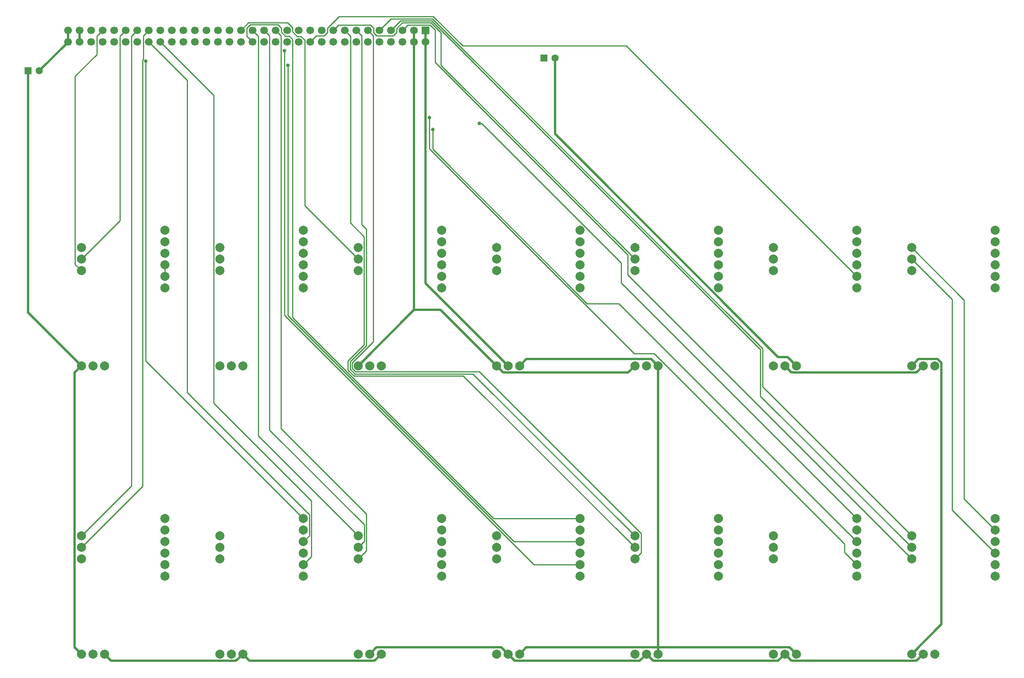
<source format=gbr>
G04 #@! TF.GenerationSoftware,KiCad,Pcbnew,(5.0.0)*
G04 #@! TF.CreationDate,2019-11-08T18:39:11+00:00*
G04 #@! TF.ProjectId,A-FO,412D464F2E6B696361645F7063620000,rev?*
G04 #@! TF.SameCoordinates,Original*
G04 #@! TF.FileFunction,Copper,L2,Bot,Signal*
G04 #@! TF.FilePolarity,Positive*
%FSLAX46Y46*%
G04 Gerber Fmt 4.6, Leading zero omitted, Abs format (unit mm)*
G04 Created by KiCad (PCBNEW (5.0.0)) date 11/08/19 18:39:11*
%MOMM*%
%LPD*%
G01*
G04 APERTURE LIST*
G04 #@! TA.AperFunction,ComponentPad*
%ADD10C,2.000000*%
G04 #@! TD*
G04 #@! TA.AperFunction,ComponentPad*
%ADD11C,1.600000*%
G04 #@! TD*
G04 #@! TA.AperFunction,ComponentPad*
%ADD12R,1.600000X1.600000*%
G04 #@! TD*
G04 #@! TA.AperFunction,ComponentPad*
%ADD13C,1.700000*%
G04 #@! TD*
G04 #@! TA.AperFunction,ComponentPad*
%ADD14R,1.700000X1.700000*%
G04 #@! TD*
G04 #@! TA.AperFunction,ViaPad*
%ADD15C,0.800000*%
G04 #@! TD*
G04 #@! TA.AperFunction,Conductor*
%ADD16C,0.500000*%
G04 #@! TD*
G04 #@! TA.AperFunction,Conductor*
%ADD17C,0.250000*%
G04 #@! TD*
G04 APERTURE END LIST*
D10*
G04 #@! TO.P,U4,13*
G04 #@! TO.N,Net-(U4-Pad13)*
X133985000Y-142240000D03*
G04 #@! TO.P,U4,12*
G04 #@! TO.N,Net-(U4-Pad12)*
X133985000Y-144780000D03*
G04 #@! TO.P,U4,11*
G04 #@! TO.N,Net-(U4-Pad11)*
X133985000Y-147320000D03*
G04 #@! TO.P,U4,6*
G04 #@! TO.N,IG12*
X152400000Y-138430000D03*
G04 #@! TO.P,U4,5*
G04 #@! TO.N,N/C*
X152400000Y-140970000D03*
G04 #@! TO.P,U4,4*
G04 #@! TO.N,IG11*
X152400000Y-143510000D03*
G04 #@! TO.P,U4,3*
G04 #@! TO.N,N/C*
X152400000Y-146050000D03*
G04 #@! TO.P,U4,2*
G04 #@! TO.N,IG10*
X152400000Y-148590000D03*
G04 #@! TO.P,U4,1*
G04 #@! TO.N,N/C*
X152400000Y-151130000D03*
G04 #@! TO.P,U4,23*
G04 #@! TO.N,Neg6v*
X139065000Y-168275000D03*
G04 #@! TO.P,U4,22*
G04 #@! TO.N,GND*
X136525000Y-168275000D03*
G04 #@! TO.P,U4,21*
G04 #@! TO.N,6v*
X133985000Y-168275000D03*
G04 #@! TD*
G04 #@! TO.P,U8,13*
G04 #@! TO.N,Net-(U1-Pad5)*
X225425000Y-78740000D03*
G04 #@! TO.P,U8,12*
G04 #@! TO.N,Net-(U1-Pad3)*
X225425000Y-81280000D03*
G04 #@! TO.P,U8,11*
G04 #@! TO.N,Net-(U1-Pad1)*
X225425000Y-83820000D03*
G04 #@! TO.P,U8,6*
G04 #@! TO.N,IG3*
X243840000Y-74930000D03*
G04 #@! TO.P,U8,5*
G04 #@! TO.N,N/C*
X243840000Y-77470000D03*
G04 #@! TO.P,U8,4*
G04 #@! TO.N,IG2*
X243840000Y-80010000D03*
G04 #@! TO.P,U8,3*
G04 #@! TO.N,N/C*
X243840000Y-82550000D03*
G04 #@! TO.P,U8,2*
G04 #@! TO.N,IG1*
X243840000Y-85090000D03*
G04 #@! TO.P,U8,1*
G04 #@! TO.N,N/C*
X243840000Y-87630000D03*
G04 #@! TO.P,U8,23*
G04 #@! TO.N,Neg6v*
X230505000Y-104775000D03*
G04 #@! TO.P,U8,22*
G04 #@! TO.N,GND*
X227965000Y-104775000D03*
G04 #@! TO.P,U8,21*
G04 #@! TO.N,6v*
X225425000Y-104775000D03*
G04 #@! TD*
G04 #@! TO.P,U1,13*
G04 #@! TO.N,IP3*
X225425000Y-142240000D03*
G04 #@! TO.P,U1,12*
G04 #@! TO.N,IP2*
X225425000Y-144780000D03*
G04 #@! TO.P,U1,11*
G04 #@! TO.N,IP1*
X225425000Y-147320000D03*
G04 #@! TO.P,U1,6*
G04 #@! TO.N,N/C*
X243840000Y-138430000D03*
G04 #@! TO.P,U1,5*
G04 #@! TO.N,Net-(U1-Pad5)*
X243840000Y-140970000D03*
G04 #@! TO.P,U1,4*
G04 #@! TO.N,N/C*
X243840000Y-143510000D03*
G04 #@! TO.P,U1,3*
G04 #@! TO.N,Net-(U1-Pad3)*
X243840000Y-146050000D03*
G04 #@! TO.P,U1,2*
G04 #@! TO.N,N/C*
X243840000Y-148590000D03*
G04 #@! TO.P,U1,1*
G04 #@! TO.N,Net-(U1-Pad1)*
X243840000Y-151130000D03*
G04 #@! TO.P,U1,23*
G04 #@! TO.N,Neg6v*
X230505000Y-168275000D03*
G04 #@! TO.P,U1,22*
G04 #@! TO.N,GND*
X227965000Y-168275000D03*
G04 #@! TO.P,U1,21*
G04 #@! TO.N,6v*
X225425000Y-168275000D03*
G04 #@! TD*
G04 #@! TO.P,U12,13*
G04 #@! TO.N,IP14*
X103505000Y-78740000D03*
G04 #@! TO.P,U12,12*
G04 #@! TO.N,IP13*
X103505000Y-81280000D03*
G04 #@! TO.P,U12,11*
G04 #@! TO.N,IP15*
X103505000Y-83820000D03*
G04 #@! TO.P,U12,6*
G04 #@! TO.N,N/C*
X121920000Y-74930000D03*
G04 #@! TO.P,U12,5*
G04 #@! TO.N,Net-(U11-Pad13)*
X121920000Y-77470000D03*
G04 #@! TO.P,U12,4*
G04 #@! TO.N,N/C*
X121920000Y-80010000D03*
G04 #@! TO.P,U12,3*
G04 #@! TO.N,Net-(U11-Pad12)*
X121920000Y-82550000D03*
G04 #@! TO.P,U12,2*
G04 #@! TO.N,N/C*
X121920000Y-85090000D03*
G04 #@! TO.P,U12,1*
G04 #@! TO.N,Net-(U11-Pad11)*
X121920000Y-87630000D03*
G04 #@! TO.P,U12,23*
G04 #@! TO.N,Neg6v*
X108585000Y-104775000D03*
G04 #@! TO.P,U12,22*
G04 #@! TO.N,GND*
X106045000Y-104775000D03*
G04 #@! TO.P,U12,21*
G04 #@! TO.N,6v*
X103505000Y-104775000D03*
G04 #@! TD*
G04 #@! TO.P,U11,13*
G04 #@! TO.N,Net-(U11-Pad13)*
X133985000Y-78740000D03*
G04 #@! TO.P,U11,12*
G04 #@! TO.N,Net-(U11-Pad12)*
X133985000Y-81280000D03*
G04 #@! TO.P,U11,11*
G04 #@! TO.N,Net-(U11-Pad11)*
X133985000Y-83820000D03*
G04 #@! TO.P,U11,6*
G04 #@! TO.N,IG14*
X152400000Y-74930000D03*
G04 #@! TO.P,U11,5*
G04 #@! TO.N,N/C*
X152400000Y-77470000D03*
G04 #@! TO.P,U11,4*
G04 #@! TO.N,IG13*
X152400000Y-80010000D03*
G04 #@! TO.P,U11,3*
G04 #@! TO.N,N/C*
X152400000Y-82550000D03*
G04 #@! TO.P,U11,2*
G04 #@! TO.N,IG15*
X152400000Y-85090000D03*
G04 #@! TO.P,U11,1*
G04 #@! TO.N,N/C*
X152400000Y-87630000D03*
G04 #@! TO.P,U11,23*
G04 #@! TO.N,Neg6v*
X139065000Y-104775000D03*
G04 #@! TO.P,U11,22*
G04 #@! TO.N,GND*
X136525000Y-104775000D03*
G04 #@! TO.P,U11,21*
G04 #@! TO.N,6v*
X133985000Y-104775000D03*
G04 #@! TD*
G04 #@! TO.P,U14,13*
G04 #@! TO.N,N/C*
X42545000Y-78740000D03*
G04 #@! TO.P,U14,12*
G04 #@! TO.N,RBT*
X42545000Y-81280000D03*
G04 #@! TO.P,U14,11*
G04 #@! TO.N,SBT*
X42545000Y-83820000D03*
G04 #@! TO.P,U14,6*
G04 #@! TO.N,N/C*
X60960000Y-74930000D03*
G04 #@! TO.P,U14,5*
X60960000Y-77470000D03*
G04 #@! TO.P,U14,4*
G04 #@! TO.N,Net-(U13-Pad12)*
X60960000Y-80010000D03*
G04 #@! TO.P,U14,3*
G04 #@! TO.N,t4-2*
X60960000Y-82550000D03*
G04 #@! TO.P,U14,2*
X60960000Y-85090000D03*
G04 #@! TO.P,U14,1*
G04 #@! TO.N,Net-(U13-Pad11)*
X60960000Y-87630000D03*
G04 #@! TO.P,U14,23*
G04 #@! TO.N,Neg6v*
X47625000Y-104775000D03*
G04 #@! TO.P,U14,22*
G04 #@! TO.N,GND*
X45085000Y-104775000D03*
G04 #@! TO.P,U14,21*
G04 #@! TO.N,6v*
X42545000Y-104775000D03*
G04 #@! TD*
G04 #@! TO.P,U13,13*
G04 #@! TO.N,N/C*
X73025000Y-78740000D03*
G04 #@! TO.P,U13,12*
G04 #@! TO.N,Net-(U13-Pad12)*
X73025000Y-81280000D03*
G04 #@! TO.P,U13,11*
G04 #@! TO.N,Net-(U13-Pad11)*
X73025000Y-83820000D03*
G04 #@! TO.P,U13,6*
G04 #@! TO.N,N/C*
X91440000Y-74930000D03*
G04 #@! TO.P,U13,5*
X91440000Y-77470000D03*
G04 #@! TO.P,U13,4*
G04 #@! TO.N,RBTm*
X91440000Y-80010000D03*
G04 #@! TO.P,U13,3*
G04 #@! TO.N,N/C*
X91440000Y-82550000D03*
G04 #@! TO.P,U13,2*
G04 #@! TO.N,SBTm*
X91440000Y-85090000D03*
G04 #@! TO.P,U13,1*
G04 #@! TO.N,N/C*
X91440000Y-87630000D03*
G04 #@! TO.P,U13,23*
G04 #@! TO.N,Neg6v*
X78105000Y-104775000D03*
G04 #@! TO.P,U13,22*
G04 #@! TO.N,GND*
X75565000Y-104775000D03*
G04 #@! TO.P,U13,21*
G04 #@! TO.N,6v*
X73025000Y-104775000D03*
G04 #@! TD*
G04 #@! TO.P,U2,13*
G04 #@! TO.N,Net-(U2-Pad13)*
X194945000Y-142240000D03*
G04 #@! TO.P,U2,12*
G04 #@! TO.N,Net-(U2-Pad12)*
X194945000Y-144780000D03*
G04 #@! TO.P,U2,11*
G04 #@! TO.N,Net-(U2-Pad11)*
X194945000Y-147320000D03*
G04 #@! TO.P,U2,6*
G04 #@! TO.N,IG5*
X213360000Y-138430000D03*
G04 #@! TO.P,U2,5*
G04 #@! TO.N,N/C*
X213360000Y-140970000D03*
G04 #@! TO.P,U2,4*
G04 #@! TO.N,IG6*
X213360000Y-143510000D03*
G04 #@! TO.P,U2,3*
G04 #@! TO.N,N/C*
X213360000Y-146050000D03*
G04 #@! TO.P,U2,2*
G04 #@! TO.N,IG4*
X213360000Y-148590000D03*
G04 #@! TO.P,U2,1*
G04 #@! TO.N,N/C*
X213360000Y-151130000D03*
G04 #@! TO.P,U2,23*
G04 #@! TO.N,Neg6v*
X200025000Y-168275000D03*
G04 #@! TO.P,U2,22*
G04 #@! TO.N,GND*
X197485000Y-168275000D03*
G04 #@! TO.P,U2,21*
G04 #@! TO.N,6v*
X194945000Y-168275000D03*
G04 #@! TD*
G04 #@! TO.P,U3,13*
G04 #@! TO.N,IP5*
X164465000Y-142240000D03*
G04 #@! TO.P,U3,12*
G04 #@! TO.N,IP6*
X164465000Y-144780000D03*
G04 #@! TO.P,U3,11*
G04 #@! TO.N,IP4*
X164465000Y-147320000D03*
G04 #@! TO.P,U3,6*
G04 #@! TO.N,N/C*
X182880000Y-138430000D03*
G04 #@! TO.P,U3,5*
G04 #@! TO.N,Net-(U2-Pad13)*
X182880000Y-140970000D03*
G04 #@! TO.P,U3,4*
G04 #@! TO.N,N/C*
X182880000Y-143510000D03*
G04 #@! TO.P,U3,3*
G04 #@! TO.N,Net-(U2-Pad12)*
X182880000Y-146050000D03*
G04 #@! TO.P,U3,2*
G04 #@! TO.N,N/C*
X182880000Y-148590000D03*
G04 #@! TO.P,U3,1*
G04 #@! TO.N,Net-(U2-Pad11)*
X182880000Y-151130000D03*
G04 #@! TO.P,U3,23*
G04 #@! TO.N,Neg6v*
X169545000Y-168275000D03*
G04 #@! TO.P,U3,22*
G04 #@! TO.N,GND*
X167005000Y-168275000D03*
G04 #@! TO.P,U3,21*
G04 #@! TO.N,6v*
X164465000Y-168275000D03*
G04 #@! TD*
G04 #@! TO.P,U9,13*
G04 #@! TO.N,Net-(U10-Pad5)*
X194945000Y-78740000D03*
G04 #@! TO.P,U9,12*
G04 #@! TO.N,Net-(U10-Pad3)*
X194945000Y-81280000D03*
G04 #@! TO.P,U9,11*
G04 #@! TO.N,Net-(U10-Pad1)*
X194945000Y-83820000D03*
G04 #@! TO.P,U9,6*
G04 #@! TO.N,IG8*
X213360000Y-74930000D03*
G04 #@! TO.P,U9,5*
G04 #@! TO.N,N/C*
X213360000Y-77470000D03*
G04 #@! TO.P,U9,4*
G04 #@! TO.N,IG7*
X213360000Y-80010000D03*
G04 #@! TO.P,U9,3*
G04 #@! TO.N,N/C*
X213360000Y-82550000D03*
G04 #@! TO.P,U9,2*
G04 #@! TO.N,IG9*
X213360000Y-85090000D03*
G04 #@! TO.P,U9,1*
G04 #@! TO.N,N/C*
X213360000Y-87630000D03*
G04 #@! TO.P,U9,23*
G04 #@! TO.N,Neg6v*
X200025000Y-104775000D03*
G04 #@! TO.P,U9,22*
G04 #@! TO.N,GND*
X197485000Y-104775000D03*
G04 #@! TO.P,U9,21*
G04 #@! TO.N,6v*
X194945000Y-104775000D03*
G04 #@! TD*
G04 #@! TO.P,U10,13*
G04 #@! TO.N,IP8*
X164465000Y-78740000D03*
G04 #@! TO.P,U10,12*
G04 #@! TO.N,IP7*
X164465000Y-81280000D03*
G04 #@! TO.P,U10,11*
G04 #@! TO.N,IP9*
X164465000Y-83820000D03*
G04 #@! TO.P,U10,6*
G04 #@! TO.N,N/C*
X182880000Y-74930000D03*
G04 #@! TO.P,U10,5*
G04 #@! TO.N,Net-(U10-Pad5)*
X182880000Y-77470000D03*
G04 #@! TO.P,U10,4*
G04 #@! TO.N,N/C*
X182880000Y-80010000D03*
G04 #@! TO.P,U10,3*
G04 #@! TO.N,Net-(U10-Pad3)*
X182880000Y-82550000D03*
G04 #@! TO.P,U10,2*
G04 #@! TO.N,N/C*
X182880000Y-85090000D03*
G04 #@! TO.P,U10,1*
G04 #@! TO.N,Net-(U10-Pad1)*
X182880000Y-87630000D03*
G04 #@! TO.P,U10,23*
G04 #@! TO.N,Neg6v*
X169545000Y-104775000D03*
G04 #@! TO.P,U10,22*
G04 #@! TO.N,GND*
X167005000Y-104775000D03*
G04 #@! TO.P,U10,21*
G04 #@! TO.N,6v*
X164465000Y-104775000D03*
G04 #@! TD*
G04 #@! TO.P,U5,13*
G04 #@! TO.N,IP12*
X103505000Y-142240000D03*
G04 #@! TO.P,U5,12*
G04 #@! TO.N,IP11*
X103505000Y-144780000D03*
G04 #@! TO.P,U5,11*
G04 #@! TO.N,IP10*
X103505000Y-147320000D03*
G04 #@! TO.P,U5,6*
G04 #@! TO.N,N/C*
X121920000Y-138430000D03*
G04 #@! TO.P,U5,5*
G04 #@! TO.N,Net-(U4-Pad13)*
X121920000Y-140970000D03*
G04 #@! TO.P,U5,4*
G04 #@! TO.N,N/C*
X121920000Y-143510000D03*
G04 #@! TO.P,U5,3*
G04 #@! TO.N,Net-(U4-Pad12)*
X121920000Y-146050000D03*
G04 #@! TO.P,U5,2*
G04 #@! TO.N,N/C*
X121920000Y-148590000D03*
G04 #@! TO.P,U5,1*
G04 #@! TO.N,Net-(U4-Pad11)*
X121920000Y-151130000D03*
G04 #@! TO.P,U5,23*
G04 #@! TO.N,Neg6v*
X108585000Y-168275000D03*
G04 #@! TO.P,U5,22*
G04 #@! TO.N,GND*
X106045000Y-168275000D03*
G04 #@! TO.P,U5,21*
G04 #@! TO.N,6v*
X103505000Y-168275000D03*
G04 #@! TD*
G04 #@! TO.P,U6,13*
G04 #@! TO.N,Net-(U6-Pad13)*
X73025000Y-142240000D03*
G04 #@! TO.P,U6,12*
G04 #@! TO.N,Net-(U6-Pad12)*
X73025000Y-144780000D03*
G04 #@! TO.P,U6,11*
G04 #@! TO.N,Net-(U6-Pad11)*
X73025000Y-147320000D03*
G04 #@! TO.P,U6,6*
G04 #@! TO.N,IG18*
X91440000Y-138430000D03*
G04 #@! TO.P,U6,5*
G04 #@! TO.N,N/C*
X91440000Y-140970000D03*
G04 #@! TO.P,U6,4*
G04 #@! TO.N,IG17*
X91440000Y-143510000D03*
G04 #@! TO.P,U6,3*
G04 #@! TO.N,N/C*
X91440000Y-146050000D03*
G04 #@! TO.P,U6,2*
G04 #@! TO.N,IG16*
X91440000Y-148590000D03*
G04 #@! TO.P,U6,1*
G04 #@! TO.N,N/C*
X91440000Y-151130000D03*
G04 #@! TO.P,U6,23*
G04 #@! TO.N,Neg6v*
X78105000Y-168275000D03*
G04 #@! TO.P,U6,22*
G04 #@! TO.N,GND*
X75565000Y-168275000D03*
G04 #@! TO.P,U6,21*
G04 #@! TO.N,6v*
X73025000Y-168275000D03*
G04 #@! TD*
G04 #@! TO.P,U7,13*
G04 #@! TO.N,IP18*
X42545000Y-142240000D03*
G04 #@! TO.P,U7,12*
G04 #@! TO.N,IP17*
X42545000Y-144780000D03*
G04 #@! TO.P,U7,11*
G04 #@! TO.N,IP16*
X42545000Y-147320000D03*
G04 #@! TO.P,U7,6*
G04 #@! TO.N,N/C*
X60960000Y-138430000D03*
G04 #@! TO.P,U7,5*
G04 #@! TO.N,Net-(U6-Pad13)*
X60960000Y-140970000D03*
G04 #@! TO.P,U7,4*
G04 #@! TO.N,N/C*
X60960000Y-143510000D03*
G04 #@! TO.P,U7,3*
G04 #@! TO.N,Net-(U6-Pad12)*
X60960000Y-146050000D03*
G04 #@! TO.P,U7,2*
G04 #@! TO.N,N/C*
X60960000Y-148590000D03*
G04 #@! TO.P,U7,1*
G04 #@! TO.N,Net-(U6-Pad11)*
X60960000Y-151130000D03*
G04 #@! TO.P,U7,23*
G04 #@! TO.N,Neg6v*
X47625000Y-168275000D03*
G04 #@! TO.P,U7,22*
G04 #@! TO.N,GND*
X45085000Y-168275000D03*
G04 #@! TO.P,U7,21*
G04 #@! TO.N,6v*
X42545000Y-168275000D03*
G04 #@! TD*
D11*
G04 #@! TO.P,C1,2*
G04 #@! TO.N,Neg6v*
X146900000Y-37000000D03*
D12*
G04 #@! TO.P,C1,1*
G04 #@! TO.N,GND*
X144400000Y-37000000D03*
G04 #@! TD*
D11*
G04 #@! TO.P,C2,2*
G04 #@! TO.N,GND*
X33300000Y-39800000D03*
D12*
G04 #@! TO.P,C2,1*
G04 #@! TO.N,6v*
X30800000Y-39800000D03*
G04 #@! TD*
D13*
G04 #@! TO.P,J1,AL*
G04 #@! TO.N,GND*
X39605000Y-33401000D03*
G04 #@! TO.P,J1,32*
X39605000Y-30861000D03*
G04 #@! TO.P,J1,AK*
G04 #@! TO.N,Neg6v*
X42145000Y-33401000D03*
G04 #@! TO.P,J1,31*
X42145000Y-30861000D03*
G04 #@! TO.P,J1,AJ*
G04 #@! TO.N,t4-2*
X44685000Y-33401000D03*
G04 #@! TO.P,J1,30*
G04 #@! TO.N,N/C*
X44685000Y-30861000D03*
G04 #@! TO.P,J1,AH*
G04 #@! TO.N,SBTm*
X47225000Y-33401000D03*
G04 #@! TO.P,J1,29*
G04 #@! TO.N,SBT*
X47225000Y-30861000D03*
G04 #@! TO.P,J1,AF*
G04 #@! TO.N,N/C*
X49765000Y-33401000D03*
G04 #@! TO.P,J1,28*
X49765000Y-30861000D03*
G04 #@! TO.P,J1,AE*
G04 #@! TO.N,RBTm*
X52305000Y-33401000D03*
G04 #@! TO.P,J1,27*
G04 #@! TO.N,RBT*
X52305000Y-30861000D03*
G04 #@! TO.P,J1,AD*
G04 #@! TO.N,IG18*
X54845000Y-33401000D03*
G04 #@! TO.P,J1,26*
G04 #@! TO.N,IP18*
X54845000Y-30861000D03*
G04 #@! TO.P,J1,AC*
G04 #@! TO.N,IG17*
X57385000Y-33401000D03*
G04 #@! TO.P,J1,25*
G04 #@! TO.N,IP17*
X57385000Y-30861000D03*
G04 #@! TO.P,J1,AB*
G04 #@! TO.N,IG16*
X59925000Y-33401000D03*
G04 #@! TO.P,J1,24*
G04 #@! TO.N,IP16*
X59925000Y-30861000D03*
G04 #@! TO.P,J1,AA*
G04 #@! TO.N,N/C*
X62465000Y-33401000D03*
G04 #@! TO.P,J1,23*
X62465000Y-30861000D03*
G04 #@! TO.P,J1,Z*
X65005000Y-33401000D03*
G04 #@! TO.P,J1,22*
X65005000Y-30861000D03*
G04 #@! TO.P,J1,Y*
X67545000Y-33401000D03*
G04 #@! TO.P,J1,21*
X67545000Y-30861000D03*
G04 #@! TO.P,J1,X*
X70085000Y-33401000D03*
G04 #@! TO.P,J1,20*
X70085000Y-30861000D03*
G04 #@! TO.P,J1,W*
G04 #@! TO.N,IG15*
X72625000Y-33401000D03*
G04 #@! TO.P,J1,19*
G04 #@! TO.N,IP15*
X72625000Y-30861000D03*
G04 #@! TO.P,J1,V*
G04 #@! TO.N,IG14*
X75165000Y-33401000D03*
G04 #@! TO.P,J1,18*
G04 #@! TO.N,IP14*
X75165000Y-30861000D03*
G04 #@! TO.P,J1,U*
G04 #@! TO.N,IG13*
X77705000Y-33401000D03*
G04 #@! TO.P,J1,17*
G04 #@! TO.N,IP13*
X77705000Y-30861000D03*
G04 #@! TO.P,J1,T*
G04 #@! TO.N,IG12*
X80245000Y-33401000D03*
G04 #@! TO.P,J1,16*
G04 #@! TO.N,IP12*
X80245000Y-30861000D03*
G04 #@! TO.P,J1,S*
G04 #@! TO.N,IG11*
X82785000Y-33401000D03*
G04 #@! TO.P,J1,15*
G04 #@! TO.N,IP11*
X82785000Y-30861000D03*
G04 #@! TO.P,J1,R*
G04 #@! TO.N,IG10*
X85325000Y-33401000D03*
G04 #@! TO.P,J1,14*
G04 #@! TO.N,IP10*
X85325000Y-30861000D03*
G04 #@! TO.P,J1,P*
G04 #@! TO.N,N/C*
X87865000Y-33401000D03*
G04 #@! TO.P,J1,13*
X87865000Y-30861000D03*
G04 #@! TO.P,J1,N*
X90405000Y-33401000D03*
G04 #@! TO.P,J1,12*
X90405000Y-30861000D03*
G04 #@! TO.P,J1,M*
G04 #@! TO.N,IG9*
X92945000Y-33401000D03*
G04 #@! TO.P,J1,11*
G04 #@! TO.N,IP9*
X92945000Y-30861000D03*
G04 #@! TO.P,J1,L*
G04 #@! TO.N,IG8*
X95485000Y-33401000D03*
G04 #@! TO.P,J1,10*
G04 #@! TO.N,IP8*
X95485000Y-30861000D03*
G04 #@! TO.P,J1,K*
G04 #@! TO.N,IG7*
X98025000Y-33401000D03*
G04 #@! TO.P,J1,9*
G04 #@! TO.N,IP7*
X98025000Y-30861000D03*
G04 #@! TO.P,J1,J*
G04 #@! TO.N,IG6*
X100565000Y-33401000D03*
G04 #@! TO.P,J1,8*
G04 #@! TO.N,IP6*
X100565000Y-30861000D03*
G04 #@! TO.P,J1,H*
G04 #@! TO.N,IG5*
X103105000Y-33401000D03*
G04 #@! TO.P,J1,7*
G04 #@! TO.N,IP5*
X103105000Y-30861000D03*
G04 #@! TO.P,J1,F*
G04 #@! TO.N,IG4*
X105645000Y-33401000D03*
G04 #@! TO.P,J1,6*
G04 #@! TO.N,IP4*
X105645000Y-30861000D03*
G04 #@! TO.P,J1,E*
G04 #@! TO.N,IG3*
X108185000Y-33401000D03*
G04 #@! TO.P,J1,5*
G04 #@! TO.N,IP3*
X108185000Y-30861000D03*
G04 #@! TO.P,J1,D*
G04 #@! TO.N,IG2*
X110725000Y-33401000D03*
G04 #@! TO.P,J1,4*
G04 #@! TO.N,IP2*
X110725000Y-30861000D03*
G04 #@! TO.P,J1,C*
G04 #@! TO.N,IG1*
X113265000Y-33401000D03*
G04 #@! TO.P,J1,3*
G04 #@! TO.N,IP1*
X113265000Y-30861000D03*
G04 #@! TO.P,J1,B*
G04 #@! TO.N,6v*
X115805000Y-33401000D03*
G04 #@! TO.P,J1,2*
X115805000Y-30861000D03*
G04 #@! TO.P,J1,A*
G04 #@! TO.N,GND*
X118345000Y-33401000D03*
D14*
G04 #@! TO.P,J1,1*
X118345000Y-30861000D03*
G04 #@! TD*
D15*
G04 #@! TO.N,IG18*
X56730500Y-37699700D03*
G04 #@! TO.N,IG11*
X88015000Y-38631000D03*
G04 #@! TO.N,IG10*
X87273200Y-35349200D03*
G04 #@! TO.N,IG6*
X119927400Y-52763400D03*
G04 #@! TO.N,IG5*
X130211300Y-51380800D03*
G04 #@! TO.N,IG4*
X119197200Y-50093800D03*
G04 #@! TD*
D16*
G04 #@! TO.N,6v*
X115805000Y-92475000D02*
X103505000Y-104775000D01*
X115805000Y-33401000D02*
X115805000Y-92475000D01*
X115805000Y-92475000D02*
X121685000Y-92475000D01*
X121685000Y-92475000D02*
X133985000Y-104775000D01*
X115805000Y-30861000D02*
X115805000Y-33401000D01*
X133985000Y-104775000D02*
X135465100Y-106255100D01*
X135465100Y-106255100D02*
X162984900Y-106255100D01*
X162984900Y-106255100D02*
X164465000Y-104775000D01*
X225425000Y-104775000D02*
X226901900Y-103298100D01*
X226901900Y-103298100D02*
X231149500Y-103298100D01*
X231149500Y-103298100D02*
X232006000Y-104154600D01*
X232006000Y-104154600D02*
X232006000Y-161694000D01*
X232006000Y-161694000D02*
X225425000Y-168275000D01*
X42545000Y-168275000D02*
X41086800Y-166816800D01*
X41086800Y-166816800D02*
X41086800Y-106233200D01*
X41086800Y-106233200D02*
X42545000Y-104775000D01*
X30800000Y-39800000D02*
X30800000Y-93030000D01*
X30800000Y-93030000D02*
X42545000Y-104775000D01*
G04 #@! TO.N,Neg6v*
X169545000Y-166774800D02*
X140565200Y-166774800D01*
X140565200Y-166774800D02*
X139065000Y-168275000D01*
X169545000Y-166774800D02*
X198524800Y-166774800D01*
X198524800Y-166774800D02*
X200025000Y-168275000D01*
X169545000Y-104775000D02*
X169545000Y-166774800D01*
X169545000Y-166774800D02*
X169545000Y-168275000D01*
X139065000Y-104775000D02*
X140525900Y-103314100D01*
X140525900Y-103314100D02*
X168084100Y-103314100D01*
X168084100Y-103314100D02*
X169545000Y-104775000D01*
X200025000Y-104775000D02*
X198085800Y-102835800D01*
X198085800Y-102835800D02*
X196034600Y-102835800D01*
X196034600Y-102835800D02*
X146900000Y-53701200D01*
X146900000Y-53701200D02*
X146900000Y-37000000D01*
X78105000Y-168275000D02*
X76647000Y-169733000D01*
X76647000Y-169733000D02*
X49083000Y-169733000D01*
X49083000Y-169733000D02*
X47625000Y-168275000D01*
X108585000Y-168275000D02*
X107123100Y-169736900D01*
X107123100Y-169736900D02*
X79566900Y-169736900D01*
X79566900Y-169736900D02*
X78105000Y-168275000D01*
X42145000Y-30861000D02*
X42145000Y-33401000D01*
G04 #@! TO.N,GND*
X118345000Y-33401000D02*
X118345000Y-86595000D01*
X118345000Y-86595000D02*
X136525000Y-104775000D01*
X118345000Y-30861000D02*
X118345000Y-33401000D01*
X106045000Y-168275000D02*
X107515800Y-166804200D01*
X107515800Y-166804200D02*
X135054200Y-166804200D01*
X135054200Y-166804200D02*
X136525000Y-168275000D01*
X197485000Y-104775000D02*
X198972900Y-106262900D01*
X198972900Y-106262900D02*
X226477100Y-106262900D01*
X226477100Y-106262900D02*
X227965000Y-104775000D01*
X197485000Y-168275000D02*
X198939600Y-169729600D01*
X198939600Y-169729600D02*
X226510400Y-169729600D01*
X226510400Y-169729600D02*
X227965000Y-168275000D01*
X167005000Y-168275000D02*
X168456000Y-169726000D01*
X168456000Y-169726000D02*
X196034000Y-169726000D01*
X196034000Y-169726000D02*
X197485000Y-168275000D01*
X136525000Y-168275000D02*
X137995700Y-169745700D01*
X137995700Y-169745700D02*
X165534300Y-169745700D01*
X165534300Y-169745700D02*
X167005000Y-168275000D01*
X33300000Y-39800000D02*
X39605000Y-33495000D01*
X39605000Y-33495000D02*
X39605000Y-33401000D01*
X39605000Y-30861000D02*
X39605000Y-33401000D01*
D17*
G04 #@! TO.N,Net-(U1-Pad5)*
X243840000Y-140970000D02*
X236986500Y-134116500D01*
X236986500Y-134116500D02*
X236986500Y-90301500D01*
X236986500Y-90301500D02*
X225425000Y-78740000D01*
G04 #@! TO.N,Net-(U1-Pad3)*
X243840000Y-146050000D02*
X234339200Y-136549200D01*
X234339200Y-136549200D02*
X234339200Y-90194200D01*
X234339200Y-90194200D02*
X225425000Y-81280000D01*
G04 #@! TO.N,t4-2*
X60960000Y-85090000D02*
X60960000Y-82550000D01*
G04 #@! TO.N,SBT*
X47225000Y-30861000D02*
X45955000Y-32131000D01*
X45955000Y-32131000D02*
X45955000Y-36190000D01*
X45955000Y-36190000D02*
X41145000Y-41000000D01*
X41145000Y-41000000D02*
X41145000Y-82420000D01*
X41145000Y-82420000D02*
X42545000Y-83820000D01*
G04 #@! TO.N,RBT*
X52305000Y-30861000D02*
X51035000Y-32131000D01*
X51035000Y-32131000D02*
X51035000Y-72790000D01*
X51035000Y-72790000D02*
X42545000Y-81280000D01*
G04 #@! TO.N,IG18*
X56730500Y-37699700D02*
X56730500Y-103720500D01*
X56730500Y-103720500D02*
X91440000Y-138430000D01*
G04 #@! TO.N,IP18*
X54845000Y-30861000D02*
X53575000Y-32131000D01*
X53575000Y-32131000D02*
X53575000Y-131210000D01*
X53575000Y-131210000D02*
X42545000Y-142240000D01*
G04 #@! TO.N,IG17*
X57385000Y-33401000D02*
X65870900Y-41886900D01*
X65870900Y-41886900D02*
X65870900Y-110660700D01*
X65870900Y-110660700D02*
X92765700Y-137555500D01*
X92765700Y-137555500D02*
X92765700Y-142184300D01*
X92765700Y-142184300D02*
X91440000Y-143510000D01*
G04 #@! TO.N,IP17*
X57385000Y-30861000D02*
X56209700Y-32036300D01*
X56209700Y-32036300D02*
X56209700Y-37194800D01*
X56209700Y-37194800D02*
X56005200Y-37399300D01*
X56005200Y-37399300D02*
X56005200Y-131319800D01*
X56005200Y-131319800D02*
X42545000Y-144780000D01*
G04 #@! TO.N,IG16*
X91440000Y-148590000D02*
X93216100Y-146813900D01*
X93216100Y-146813900D02*
X93216100Y-134510800D01*
X93216100Y-134510800D02*
X71699600Y-112994300D01*
X71699600Y-112994300D02*
X71699600Y-45175600D01*
X71699600Y-45175600D02*
X59925000Y-33401000D01*
G04 #@! TO.N,IP13*
X103505000Y-81280000D02*
X91729600Y-69504600D01*
X91729600Y-69504600D02*
X91729600Y-33024500D01*
X91729600Y-33024500D02*
X90930700Y-32225600D01*
X90930700Y-32225600D02*
X90105300Y-32225600D01*
X90105300Y-32225600D02*
X89040300Y-31160600D01*
X89040300Y-31160600D02*
X89040300Y-30295000D01*
X89040300Y-30295000D02*
X87946900Y-29201600D01*
X87946900Y-29201600D02*
X79364400Y-29201600D01*
X79364400Y-29201600D02*
X77705000Y-30861000D01*
G04 #@! TO.N,IG12*
X80245000Y-33401000D02*
X79025800Y-32181800D01*
X79025800Y-32181800D02*
X79025800Y-30413800D01*
X79025800Y-30413800D02*
X79787600Y-29652000D01*
X79787600Y-29652000D02*
X85859200Y-29652000D01*
X85859200Y-29652000D02*
X86595000Y-30387800D01*
X86595000Y-30387800D02*
X86595000Y-31257400D01*
X86595000Y-31257400D02*
X87468600Y-32131000D01*
X87468600Y-32131000D02*
X88296000Y-32131000D01*
X88296000Y-32131000D02*
X89040400Y-32875400D01*
X89040400Y-32875400D02*
X89040400Y-94100000D01*
X89040400Y-94100000D02*
X133370400Y-138430000D01*
X133370400Y-138430000D02*
X152400000Y-138430000D01*
G04 #@! TO.N,IP12*
X80245000Y-30861000D02*
X81515000Y-32131000D01*
X81515000Y-32131000D02*
X81515000Y-120250000D01*
X81515000Y-120250000D02*
X103505000Y-142240000D01*
G04 #@! TO.N,IG11*
X88015000Y-38631000D02*
X88015000Y-93711500D01*
X88015000Y-93711500D02*
X137813500Y-143510000D01*
X137813500Y-143510000D02*
X152400000Y-143510000D01*
G04 #@! TO.N,IP11*
X103505000Y-144780000D02*
X104853100Y-143431900D01*
X104853100Y-143431900D02*
X104853100Y-139809400D01*
X104853100Y-139809400D02*
X83974700Y-118931000D01*
X83974700Y-118931000D02*
X83974700Y-32050700D01*
X83974700Y-32050700D02*
X82785000Y-30861000D01*
G04 #@! TO.N,IG10*
X87273200Y-35349200D02*
X87273200Y-93606600D01*
X87273200Y-93606600D02*
X142256600Y-148590000D01*
X142256600Y-148590000D02*
X152400000Y-148590000D01*
G04 #@! TO.N,IP10*
X85325000Y-30861000D02*
X86544800Y-32080800D01*
X86544800Y-32080800D02*
X86544800Y-118622400D01*
X86544800Y-118622400D02*
X105324900Y-137402500D01*
X105324900Y-137402500D02*
X105324900Y-145500100D01*
X105324900Y-145500100D02*
X103505000Y-147320000D01*
G04 #@! TO.N,IG9*
X92945000Y-33401000D02*
X94309600Y-32036400D01*
X94309600Y-32036400D02*
X96010600Y-32036400D01*
X96010600Y-32036400D02*
X96755000Y-31292000D01*
X96755000Y-31292000D02*
X96755000Y-30400900D01*
X96755000Y-30400900D02*
X99312300Y-27843600D01*
X99312300Y-27843600D02*
X120071200Y-27843600D01*
X120071200Y-27843600D02*
X126541600Y-34314000D01*
X126541600Y-34314000D02*
X162584000Y-34314000D01*
X162584000Y-34314000D02*
X213360000Y-85090000D01*
G04 #@! TO.N,IP7*
X98025000Y-30861000D02*
X99208200Y-29677800D01*
X99208200Y-29677800D02*
X106212800Y-29677800D01*
X106212800Y-29677800D02*
X106915000Y-30380000D01*
X106915000Y-30380000D02*
X106915000Y-31373600D01*
X106915000Y-31373600D02*
X107577800Y-32036400D01*
X107577800Y-32036400D02*
X111250600Y-32036400D01*
X111250600Y-32036400D02*
X111995000Y-31292000D01*
X111995000Y-31292000D02*
X111995000Y-30452800D01*
X111995000Y-30452800D02*
X113223500Y-29224300D01*
X113223500Y-29224300D02*
X119541100Y-29224300D01*
X119541100Y-29224300D02*
X121738600Y-31421800D01*
X121738600Y-31421800D02*
X121738600Y-35955400D01*
X121738600Y-35955400D02*
X121738700Y-35955400D01*
X121738700Y-35955400D02*
X121738700Y-38553700D01*
X121738700Y-38553700D02*
X164465000Y-81280000D01*
G04 #@! TO.N,IG6*
X213360000Y-143510000D02*
X160936800Y-91086800D01*
X160936800Y-91086800D02*
X153953200Y-91086800D01*
X153953200Y-91086800D02*
X119927400Y-57061000D01*
X119927400Y-57061000D02*
X119927400Y-52763400D01*
G04 #@! TO.N,IP6*
X100565000Y-30861000D02*
X101835000Y-32131000D01*
X101835000Y-32131000D02*
X101835000Y-73345300D01*
X101835000Y-73345300D02*
X104844900Y-76355200D01*
X104844900Y-76355200D02*
X104844900Y-100105200D01*
X104844900Y-100105200D02*
X101274200Y-103675900D01*
X101274200Y-103675900D02*
X101274200Y-105696900D01*
X101274200Y-105696900D02*
X102583000Y-107005700D01*
X102583000Y-107005700D02*
X126690700Y-107005700D01*
X126690700Y-107005700D02*
X164465000Y-144780000D01*
G04 #@! TO.N,IG5*
X130211300Y-51380800D02*
X130728800Y-51380800D01*
X130728800Y-51380800D02*
X161479000Y-82131000D01*
X161479000Y-82131000D02*
X161479000Y-86549100D01*
X161479000Y-86549100D02*
X161479100Y-86549100D01*
X161479100Y-86549100D02*
X213360000Y-138430000D01*
G04 #@! TO.N,IP5*
X103105000Y-30861000D02*
X104316300Y-32072300D01*
X104316300Y-32072300D02*
X104316300Y-73659800D01*
X104316300Y-73659800D02*
X105295300Y-74638800D01*
X105295300Y-74638800D02*
X105295300Y-100339000D01*
X105295300Y-100339000D02*
X101724500Y-103909800D01*
X101724500Y-103909800D02*
X101724500Y-105510300D01*
X101724500Y-105510300D02*
X102769600Y-106555400D01*
X102769600Y-106555400D02*
X128780400Y-106555400D01*
X128780400Y-106555400D02*
X164465000Y-142240000D01*
G04 #@! TO.N,IG4*
X119197200Y-50093800D02*
X119197200Y-56967700D01*
X119197200Y-56967700D02*
X164337100Y-102107600D01*
X164337100Y-102107600D02*
X168760500Y-102107600D01*
X168760500Y-102107600D02*
X210627900Y-143975000D01*
X210627900Y-143975000D02*
X210627900Y-145857900D01*
X210627900Y-145857900D02*
X213360000Y-148590000D01*
G04 #@! TO.N,IP4*
X105645000Y-30861000D02*
X106848100Y-32064100D01*
X106848100Y-32064100D02*
X106848100Y-99461600D01*
X106848100Y-99461600D02*
X102174800Y-104134900D01*
X102174800Y-104134900D02*
X102174800Y-105323700D01*
X102174800Y-105323700D02*
X102951500Y-106100400D01*
X102951500Y-106100400D02*
X130204400Y-106100400D01*
X130204400Y-106100400D02*
X165843200Y-141739200D01*
X165843200Y-141739200D02*
X165843200Y-145941800D01*
X165843200Y-145941800D02*
X164465000Y-147320000D01*
G04 #@! TO.N,IP3*
X225425000Y-142240000D02*
X192571500Y-109386500D01*
X192571500Y-109386500D02*
X192571500Y-100980900D01*
X192571500Y-100980900D02*
X119914300Y-28323700D01*
X119914300Y-28323700D02*
X110722300Y-28323700D01*
X110722300Y-28323700D02*
X108185000Y-30861000D01*
G04 #@! TO.N,IP2*
X225425000Y-144780000D02*
X192121000Y-111476000D01*
X192121000Y-111476000D02*
X192121000Y-101167300D01*
X192121000Y-101167300D02*
X119727700Y-28774000D01*
X119727700Y-28774000D02*
X112812000Y-28774000D01*
X112812000Y-28774000D02*
X110725000Y-30861000D01*
G04 #@! TO.N,IP1*
X113265000Y-30861000D02*
X114440400Y-29685600D01*
X114440400Y-29685600D02*
X119365500Y-29685600D01*
X119365500Y-29685600D02*
X120470400Y-30790500D01*
X120470400Y-30790500D02*
X120470400Y-37922300D01*
X120470400Y-37922300D02*
X162856700Y-80308600D01*
X162856700Y-80308600D02*
X162856700Y-84751700D01*
X162856700Y-84751700D02*
X225425000Y-147320000D01*
G04 #@! TD*
M02*

</source>
